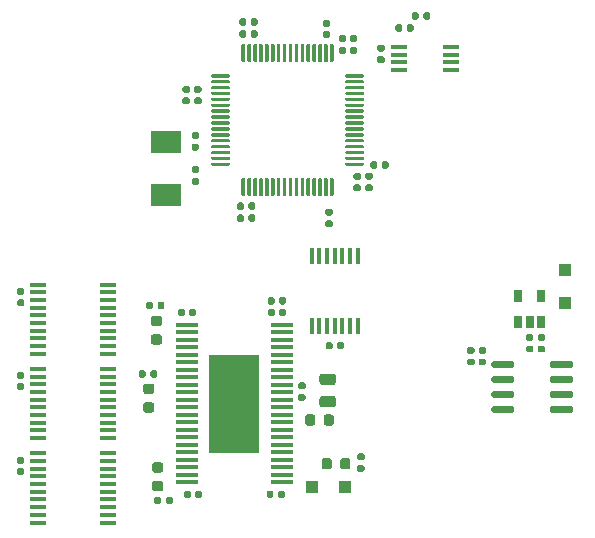
<source format=gbp>
G04 #@! TF.GenerationSoftware,KiCad,Pcbnew,5.99.0-unknown-dd374e12a~102~ubuntu20.04.1*
G04 #@! TF.CreationDate,2020-12-04T17:09:39-08:00*
G04 #@! TF.ProjectId,BLDC,424c4443-2e6b-4696-9361-645f70636258,rev?*
G04 #@! TF.SameCoordinates,Original*
G04 #@! TF.FileFunction,Paste,Bot*
G04 #@! TF.FilePolarity,Positive*
%FSLAX46Y46*%
G04 Gerber Fmt 4.6, Leading zero omitted, Abs format (unit mm)*
G04 Created by KiCad (PCBNEW 5.99.0-unknown-dd374e12a~102~ubuntu20.04.1) date 2020-12-04 17:09:39*
%MOMM*%
%LPD*%
G01*
G04 APERTURE LIST*
%ADD10R,0.650000X1.060000*%
%ADD11R,1.450000X0.450000*%
%ADD12R,4.300000X8.300000*%
%ADD13R,1.900000X0.300000*%
%ADD14R,2.600000X1.900000*%
%ADD15R,0.450000X1.450000*%
%ADD16R,1.100000X1.100000*%
G04 APERTURE END LIST*
G36*
G01*
X140600000Y-96875000D02*
X140600000Y-95475000D01*
G75*
G02*
X140675000Y-95400000I75000J0D01*
G01*
X140825000Y-95400000D01*
G75*
G02*
X140900000Y-95475000I0J-75000D01*
G01*
X140900000Y-96875000D01*
G75*
G02*
X140825000Y-96950000I-75000J0D01*
G01*
X140675000Y-96950000D01*
G75*
G02*
X140600000Y-96875000I0J75000D01*
G01*
G37*
G36*
G01*
X141100000Y-96875000D02*
X141100000Y-95475000D01*
G75*
G02*
X141175000Y-95400000I75000J0D01*
G01*
X141325000Y-95400000D01*
G75*
G02*
X141400000Y-95475000I0J-75000D01*
G01*
X141400000Y-96875000D01*
G75*
G02*
X141325000Y-96950000I-75000J0D01*
G01*
X141175000Y-96950000D01*
G75*
G02*
X141100000Y-96875000I0J75000D01*
G01*
G37*
G36*
G01*
X141600000Y-96875000D02*
X141600000Y-95475000D01*
G75*
G02*
X141675000Y-95400000I75000J0D01*
G01*
X141825000Y-95400000D01*
G75*
G02*
X141900000Y-95475000I0J-75000D01*
G01*
X141900000Y-96875000D01*
G75*
G02*
X141825000Y-96950000I-75000J0D01*
G01*
X141675000Y-96950000D01*
G75*
G02*
X141600000Y-96875000I0J75000D01*
G01*
G37*
G36*
G01*
X142100000Y-96875000D02*
X142100000Y-95475000D01*
G75*
G02*
X142175000Y-95400000I75000J0D01*
G01*
X142325000Y-95400000D01*
G75*
G02*
X142400000Y-95475000I0J-75000D01*
G01*
X142400000Y-96875000D01*
G75*
G02*
X142325000Y-96950000I-75000J0D01*
G01*
X142175000Y-96950000D01*
G75*
G02*
X142100000Y-96875000I0J75000D01*
G01*
G37*
G36*
G01*
X142600000Y-96875000D02*
X142600000Y-95475000D01*
G75*
G02*
X142675000Y-95400000I75000J0D01*
G01*
X142825000Y-95400000D01*
G75*
G02*
X142900000Y-95475000I0J-75000D01*
G01*
X142900000Y-96875000D01*
G75*
G02*
X142825000Y-96950000I-75000J0D01*
G01*
X142675000Y-96950000D01*
G75*
G02*
X142600000Y-96875000I0J75000D01*
G01*
G37*
G36*
G01*
X143100000Y-96875000D02*
X143100000Y-95475000D01*
G75*
G02*
X143175000Y-95400000I75000J0D01*
G01*
X143325000Y-95400000D01*
G75*
G02*
X143400000Y-95475000I0J-75000D01*
G01*
X143400000Y-96875000D01*
G75*
G02*
X143325000Y-96950000I-75000J0D01*
G01*
X143175000Y-96950000D01*
G75*
G02*
X143100000Y-96875000I0J75000D01*
G01*
G37*
G36*
G01*
X143600000Y-96875000D02*
X143600000Y-95475000D01*
G75*
G02*
X143675000Y-95400000I75000J0D01*
G01*
X143825000Y-95400000D01*
G75*
G02*
X143900000Y-95475000I0J-75000D01*
G01*
X143900000Y-96875000D01*
G75*
G02*
X143825000Y-96950000I-75000J0D01*
G01*
X143675000Y-96950000D01*
G75*
G02*
X143600000Y-96875000I0J75000D01*
G01*
G37*
G36*
G01*
X144100000Y-96875000D02*
X144100000Y-95475000D01*
G75*
G02*
X144175000Y-95400000I75000J0D01*
G01*
X144325000Y-95400000D01*
G75*
G02*
X144400000Y-95475000I0J-75000D01*
G01*
X144400000Y-96875000D01*
G75*
G02*
X144325000Y-96950000I-75000J0D01*
G01*
X144175000Y-96950000D01*
G75*
G02*
X144100000Y-96875000I0J75000D01*
G01*
G37*
G36*
G01*
X144600000Y-96875000D02*
X144600000Y-95475000D01*
G75*
G02*
X144675000Y-95400000I75000J0D01*
G01*
X144825000Y-95400000D01*
G75*
G02*
X144900000Y-95475000I0J-75000D01*
G01*
X144900000Y-96875000D01*
G75*
G02*
X144825000Y-96950000I-75000J0D01*
G01*
X144675000Y-96950000D01*
G75*
G02*
X144600000Y-96875000I0J75000D01*
G01*
G37*
G36*
G01*
X145100000Y-96875000D02*
X145100000Y-95475000D01*
G75*
G02*
X145175000Y-95400000I75000J0D01*
G01*
X145325000Y-95400000D01*
G75*
G02*
X145400000Y-95475000I0J-75000D01*
G01*
X145400000Y-96875000D01*
G75*
G02*
X145325000Y-96950000I-75000J0D01*
G01*
X145175000Y-96950000D01*
G75*
G02*
X145100000Y-96875000I0J75000D01*
G01*
G37*
G36*
G01*
X145600000Y-96875000D02*
X145600000Y-95475000D01*
G75*
G02*
X145675000Y-95400000I75000J0D01*
G01*
X145825000Y-95400000D01*
G75*
G02*
X145900000Y-95475000I0J-75000D01*
G01*
X145900000Y-96875000D01*
G75*
G02*
X145825000Y-96950000I-75000J0D01*
G01*
X145675000Y-96950000D01*
G75*
G02*
X145600000Y-96875000I0J75000D01*
G01*
G37*
G36*
G01*
X146100000Y-96875000D02*
X146100000Y-95475000D01*
G75*
G02*
X146175000Y-95400000I75000J0D01*
G01*
X146325000Y-95400000D01*
G75*
G02*
X146400000Y-95475000I0J-75000D01*
G01*
X146400000Y-96875000D01*
G75*
G02*
X146325000Y-96950000I-75000J0D01*
G01*
X146175000Y-96950000D01*
G75*
G02*
X146100000Y-96875000I0J75000D01*
G01*
G37*
G36*
G01*
X146600000Y-96875000D02*
X146600000Y-95475000D01*
G75*
G02*
X146675000Y-95400000I75000J0D01*
G01*
X146825000Y-95400000D01*
G75*
G02*
X146900000Y-95475000I0J-75000D01*
G01*
X146900000Y-96875000D01*
G75*
G02*
X146825000Y-96950000I-75000J0D01*
G01*
X146675000Y-96950000D01*
G75*
G02*
X146600000Y-96875000I0J75000D01*
G01*
G37*
G36*
G01*
X147100000Y-96875000D02*
X147100000Y-95475000D01*
G75*
G02*
X147175000Y-95400000I75000J0D01*
G01*
X147325000Y-95400000D01*
G75*
G02*
X147400000Y-95475000I0J-75000D01*
G01*
X147400000Y-96875000D01*
G75*
G02*
X147325000Y-96950000I-75000J0D01*
G01*
X147175000Y-96950000D01*
G75*
G02*
X147100000Y-96875000I0J75000D01*
G01*
G37*
G36*
G01*
X147600000Y-96875000D02*
X147600000Y-95475000D01*
G75*
G02*
X147675000Y-95400000I75000J0D01*
G01*
X147825000Y-95400000D01*
G75*
G02*
X147900000Y-95475000I0J-75000D01*
G01*
X147900000Y-96875000D01*
G75*
G02*
X147825000Y-96950000I-75000J0D01*
G01*
X147675000Y-96950000D01*
G75*
G02*
X147600000Y-96875000I0J75000D01*
G01*
G37*
G36*
G01*
X148100000Y-96875000D02*
X148100000Y-95475000D01*
G75*
G02*
X148175000Y-95400000I75000J0D01*
G01*
X148325000Y-95400000D01*
G75*
G02*
X148400000Y-95475000I0J-75000D01*
G01*
X148400000Y-96875000D01*
G75*
G02*
X148325000Y-96950000I-75000J0D01*
G01*
X148175000Y-96950000D01*
G75*
G02*
X148100000Y-96875000I0J75000D01*
G01*
G37*
G36*
G01*
X149400000Y-94325000D02*
X149400000Y-94175000D01*
G75*
G02*
X149475000Y-94100000I75000J0D01*
G01*
X150875000Y-94100000D01*
G75*
G02*
X150950000Y-94175000I0J-75000D01*
G01*
X150950000Y-94325000D01*
G75*
G02*
X150875000Y-94400000I-75000J0D01*
G01*
X149475000Y-94400000D01*
G75*
G02*
X149400000Y-94325000I0J75000D01*
G01*
G37*
G36*
G01*
X149400000Y-93825000D02*
X149400000Y-93675000D01*
G75*
G02*
X149475000Y-93600000I75000J0D01*
G01*
X150875000Y-93600000D01*
G75*
G02*
X150950000Y-93675000I0J-75000D01*
G01*
X150950000Y-93825000D01*
G75*
G02*
X150875000Y-93900000I-75000J0D01*
G01*
X149475000Y-93900000D01*
G75*
G02*
X149400000Y-93825000I0J75000D01*
G01*
G37*
G36*
G01*
X149400000Y-93325000D02*
X149400000Y-93175000D01*
G75*
G02*
X149475000Y-93100000I75000J0D01*
G01*
X150875000Y-93100000D01*
G75*
G02*
X150950000Y-93175000I0J-75000D01*
G01*
X150950000Y-93325000D01*
G75*
G02*
X150875000Y-93400000I-75000J0D01*
G01*
X149475000Y-93400000D01*
G75*
G02*
X149400000Y-93325000I0J75000D01*
G01*
G37*
G36*
G01*
X149400000Y-92825000D02*
X149400000Y-92675000D01*
G75*
G02*
X149475000Y-92600000I75000J0D01*
G01*
X150875000Y-92600000D01*
G75*
G02*
X150950000Y-92675000I0J-75000D01*
G01*
X150950000Y-92825000D01*
G75*
G02*
X150875000Y-92900000I-75000J0D01*
G01*
X149475000Y-92900000D01*
G75*
G02*
X149400000Y-92825000I0J75000D01*
G01*
G37*
G36*
G01*
X149400000Y-92325000D02*
X149400000Y-92175000D01*
G75*
G02*
X149475000Y-92100000I75000J0D01*
G01*
X150875000Y-92100000D01*
G75*
G02*
X150950000Y-92175000I0J-75000D01*
G01*
X150950000Y-92325000D01*
G75*
G02*
X150875000Y-92400000I-75000J0D01*
G01*
X149475000Y-92400000D01*
G75*
G02*
X149400000Y-92325000I0J75000D01*
G01*
G37*
G36*
G01*
X149400000Y-91825000D02*
X149400000Y-91675000D01*
G75*
G02*
X149475000Y-91600000I75000J0D01*
G01*
X150875000Y-91600000D01*
G75*
G02*
X150950000Y-91675000I0J-75000D01*
G01*
X150950000Y-91825000D01*
G75*
G02*
X150875000Y-91900000I-75000J0D01*
G01*
X149475000Y-91900000D01*
G75*
G02*
X149400000Y-91825000I0J75000D01*
G01*
G37*
G36*
G01*
X149400000Y-91325000D02*
X149400000Y-91175000D01*
G75*
G02*
X149475000Y-91100000I75000J0D01*
G01*
X150875000Y-91100000D01*
G75*
G02*
X150950000Y-91175000I0J-75000D01*
G01*
X150950000Y-91325000D01*
G75*
G02*
X150875000Y-91400000I-75000J0D01*
G01*
X149475000Y-91400000D01*
G75*
G02*
X149400000Y-91325000I0J75000D01*
G01*
G37*
G36*
G01*
X149400000Y-90825000D02*
X149400000Y-90675000D01*
G75*
G02*
X149475000Y-90600000I75000J0D01*
G01*
X150875000Y-90600000D01*
G75*
G02*
X150950000Y-90675000I0J-75000D01*
G01*
X150950000Y-90825000D01*
G75*
G02*
X150875000Y-90900000I-75000J0D01*
G01*
X149475000Y-90900000D01*
G75*
G02*
X149400000Y-90825000I0J75000D01*
G01*
G37*
G36*
G01*
X149400000Y-90325000D02*
X149400000Y-90175000D01*
G75*
G02*
X149475000Y-90100000I75000J0D01*
G01*
X150875000Y-90100000D01*
G75*
G02*
X150950000Y-90175000I0J-75000D01*
G01*
X150950000Y-90325000D01*
G75*
G02*
X150875000Y-90400000I-75000J0D01*
G01*
X149475000Y-90400000D01*
G75*
G02*
X149400000Y-90325000I0J75000D01*
G01*
G37*
G36*
G01*
X149400000Y-89825000D02*
X149400000Y-89675000D01*
G75*
G02*
X149475000Y-89600000I75000J0D01*
G01*
X150875000Y-89600000D01*
G75*
G02*
X150950000Y-89675000I0J-75000D01*
G01*
X150950000Y-89825000D01*
G75*
G02*
X150875000Y-89900000I-75000J0D01*
G01*
X149475000Y-89900000D01*
G75*
G02*
X149400000Y-89825000I0J75000D01*
G01*
G37*
G36*
G01*
X149400000Y-89325000D02*
X149400000Y-89175000D01*
G75*
G02*
X149475000Y-89100000I75000J0D01*
G01*
X150875000Y-89100000D01*
G75*
G02*
X150950000Y-89175000I0J-75000D01*
G01*
X150950000Y-89325000D01*
G75*
G02*
X150875000Y-89400000I-75000J0D01*
G01*
X149475000Y-89400000D01*
G75*
G02*
X149400000Y-89325000I0J75000D01*
G01*
G37*
G36*
G01*
X149400000Y-88825000D02*
X149400000Y-88675000D01*
G75*
G02*
X149475000Y-88600000I75000J0D01*
G01*
X150875000Y-88600000D01*
G75*
G02*
X150950000Y-88675000I0J-75000D01*
G01*
X150950000Y-88825000D01*
G75*
G02*
X150875000Y-88900000I-75000J0D01*
G01*
X149475000Y-88900000D01*
G75*
G02*
X149400000Y-88825000I0J75000D01*
G01*
G37*
G36*
G01*
X149400000Y-88325000D02*
X149400000Y-88175000D01*
G75*
G02*
X149475000Y-88100000I75000J0D01*
G01*
X150875000Y-88100000D01*
G75*
G02*
X150950000Y-88175000I0J-75000D01*
G01*
X150950000Y-88325000D01*
G75*
G02*
X150875000Y-88400000I-75000J0D01*
G01*
X149475000Y-88400000D01*
G75*
G02*
X149400000Y-88325000I0J75000D01*
G01*
G37*
G36*
G01*
X149400000Y-87825000D02*
X149400000Y-87675000D01*
G75*
G02*
X149475000Y-87600000I75000J0D01*
G01*
X150875000Y-87600000D01*
G75*
G02*
X150950000Y-87675000I0J-75000D01*
G01*
X150950000Y-87825000D01*
G75*
G02*
X150875000Y-87900000I-75000J0D01*
G01*
X149475000Y-87900000D01*
G75*
G02*
X149400000Y-87825000I0J75000D01*
G01*
G37*
G36*
G01*
X149400000Y-87325000D02*
X149400000Y-87175000D01*
G75*
G02*
X149475000Y-87100000I75000J0D01*
G01*
X150875000Y-87100000D01*
G75*
G02*
X150950000Y-87175000I0J-75000D01*
G01*
X150950000Y-87325000D01*
G75*
G02*
X150875000Y-87400000I-75000J0D01*
G01*
X149475000Y-87400000D01*
G75*
G02*
X149400000Y-87325000I0J75000D01*
G01*
G37*
G36*
G01*
X149400000Y-86825000D02*
X149400000Y-86675000D01*
G75*
G02*
X149475000Y-86600000I75000J0D01*
G01*
X150875000Y-86600000D01*
G75*
G02*
X150950000Y-86675000I0J-75000D01*
G01*
X150950000Y-86825000D01*
G75*
G02*
X150875000Y-86900000I-75000J0D01*
G01*
X149475000Y-86900000D01*
G75*
G02*
X149400000Y-86825000I0J75000D01*
G01*
G37*
G36*
G01*
X148100000Y-85525000D02*
X148100000Y-84125000D01*
G75*
G02*
X148175000Y-84050000I75000J0D01*
G01*
X148325000Y-84050000D01*
G75*
G02*
X148400000Y-84125000I0J-75000D01*
G01*
X148400000Y-85525000D01*
G75*
G02*
X148325000Y-85600000I-75000J0D01*
G01*
X148175000Y-85600000D01*
G75*
G02*
X148100000Y-85525000I0J75000D01*
G01*
G37*
G36*
G01*
X147600000Y-85525000D02*
X147600000Y-84125000D01*
G75*
G02*
X147675000Y-84050000I75000J0D01*
G01*
X147825000Y-84050000D01*
G75*
G02*
X147900000Y-84125000I0J-75000D01*
G01*
X147900000Y-85525000D01*
G75*
G02*
X147825000Y-85600000I-75000J0D01*
G01*
X147675000Y-85600000D01*
G75*
G02*
X147600000Y-85525000I0J75000D01*
G01*
G37*
G36*
G01*
X147100000Y-85525000D02*
X147100000Y-84125000D01*
G75*
G02*
X147175000Y-84050000I75000J0D01*
G01*
X147325000Y-84050000D01*
G75*
G02*
X147400000Y-84125000I0J-75000D01*
G01*
X147400000Y-85525000D01*
G75*
G02*
X147325000Y-85600000I-75000J0D01*
G01*
X147175000Y-85600000D01*
G75*
G02*
X147100000Y-85525000I0J75000D01*
G01*
G37*
G36*
G01*
X146600000Y-85525000D02*
X146600000Y-84125000D01*
G75*
G02*
X146675000Y-84050000I75000J0D01*
G01*
X146825000Y-84050000D01*
G75*
G02*
X146900000Y-84125000I0J-75000D01*
G01*
X146900000Y-85525000D01*
G75*
G02*
X146825000Y-85600000I-75000J0D01*
G01*
X146675000Y-85600000D01*
G75*
G02*
X146600000Y-85525000I0J75000D01*
G01*
G37*
G36*
G01*
X146100000Y-85525000D02*
X146100000Y-84125000D01*
G75*
G02*
X146175000Y-84050000I75000J0D01*
G01*
X146325000Y-84050000D01*
G75*
G02*
X146400000Y-84125000I0J-75000D01*
G01*
X146400000Y-85525000D01*
G75*
G02*
X146325000Y-85600000I-75000J0D01*
G01*
X146175000Y-85600000D01*
G75*
G02*
X146100000Y-85525000I0J75000D01*
G01*
G37*
G36*
G01*
X145600000Y-85525000D02*
X145600000Y-84125000D01*
G75*
G02*
X145675000Y-84050000I75000J0D01*
G01*
X145825000Y-84050000D01*
G75*
G02*
X145900000Y-84125000I0J-75000D01*
G01*
X145900000Y-85525000D01*
G75*
G02*
X145825000Y-85600000I-75000J0D01*
G01*
X145675000Y-85600000D01*
G75*
G02*
X145600000Y-85525000I0J75000D01*
G01*
G37*
G36*
G01*
X145100000Y-85525000D02*
X145100000Y-84125000D01*
G75*
G02*
X145175000Y-84050000I75000J0D01*
G01*
X145325000Y-84050000D01*
G75*
G02*
X145400000Y-84125000I0J-75000D01*
G01*
X145400000Y-85525000D01*
G75*
G02*
X145325000Y-85600000I-75000J0D01*
G01*
X145175000Y-85600000D01*
G75*
G02*
X145100000Y-85525000I0J75000D01*
G01*
G37*
G36*
G01*
X144600000Y-85525000D02*
X144600000Y-84125000D01*
G75*
G02*
X144675000Y-84050000I75000J0D01*
G01*
X144825000Y-84050000D01*
G75*
G02*
X144900000Y-84125000I0J-75000D01*
G01*
X144900000Y-85525000D01*
G75*
G02*
X144825000Y-85600000I-75000J0D01*
G01*
X144675000Y-85600000D01*
G75*
G02*
X144600000Y-85525000I0J75000D01*
G01*
G37*
G36*
G01*
X144100000Y-85525000D02*
X144100000Y-84125000D01*
G75*
G02*
X144175000Y-84050000I75000J0D01*
G01*
X144325000Y-84050000D01*
G75*
G02*
X144400000Y-84125000I0J-75000D01*
G01*
X144400000Y-85525000D01*
G75*
G02*
X144325000Y-85600000I-75000J0D01*
G01*
X144175000Y-85600000D01*
G75*
G02*
X144100000Y-85525000I0J75000D01*
G01*
G37*
G36*
G01*
X143600000Y-85525000D02*
X143600000Y-84125000D01*
G75*
G02*
X143675000Y-84050000I75000J0D01*
G01*
X143825000Y-84050000D01*
G75*
G02*
X143900000Y-84125000I0J-75000D01*
G01*
X143900000Y-85525000D01*
G75*
G02*
X143825000Y-85600000I-75000J0D01*
G01*
X143675000Y-85600000D01*
G75*
G02*
X143600000Y-85525000I0J75000D01*
G01*
G37*
G36*
G01*
X143100000Y-85525000D02*
X143100000Y-84125000D01*
G75*
G02*
X143175000Y-84050000I75000J0D01*
G01*
X143325000Y-84050000D01*
G75*
G02*
X143400000Y-84125000I0J-75000D01*
G01*
X143400000Y-85525000D01*
G75*
G02*
X143325000Y-85600000I-75000J0D01*
G01*
X143175000Y-85600000D01*
G75*
G02*
X143100000Y-85525000I0J75000D01*
G01*
G37*
G36*
G01*
X142600000Y-85525000D02*
X142600000Y-84125000D01*
G75*
G02*
X142675000Y-84050000I75000J0D01*
G01*
X142825000Y-84050000D01*
G75*
G02*
X142900000Y-84125000I0J-75000D01*
G01*
X142900000Y-85525000D01*
G75*
G02*
X142825000Y-85600000I-75000J0D01*
G01*
X142675000Y-85600000D01*
G75*
G02*
X142600000Y-85525000I0J75000D01*
G01*
G37*
G36*
G01*
X142100000Y-85525000D02*
X142100000Y-84125000D01*
G75*
G02*
X142175000Y-84050000I75000J0D01*
G01*
X142325000Y-84050000D01*
G75*
G02*
X142400000Y-84125000I0J-75000D01*
G01*
X142400000Y-85525000D01*
G75*
G02*
X142325000Y-85600000I-75000J0D01*
G01*
X142175000Y-85600000D01*
G75*
G02*
X142100000Y-85525000I0J75000D01*
G01*
G37*
G36*
G01*
X141600000Y-85525000D02*
X141600000Y-84125000D01*
G75*
G02*
X141675000Y-84050000I75000J0D01*
G01*
X141825000Y-84050000D01*
G75*
G02*
X141900000Y-84125000I0J-75000D01*
G01*
X141900000Y-85525000D01*
G75*
G02*
X141825000Y-85600000I-75000J0D01*
G01*
X141675000Y-85600000D01*
G75*
G02*
X141600000Y-85525000I0J75000D01*
G01*
G37*
G36*
G01*
X141100000Y-85525000D02*
X141100000Y-84125000D01*
G75*
G02*
X141175000Y-84050000I75000J0D01*
G01*
X141325000Y-84050000D01*
G75*
G02*
X141400000Y-84125000I0J-75000D01*
G01*
X141400000Y-85525000D01*
G75*
G02*
X141325000Y-85600000I-75000J0D01*
G01*
X141175000Y-85600000D01*
G75*
G02*
X141100000Y-85525000I0J75000D01*
G01*
G37*
G36*
G01*
X140600000Y-85525000D02*
X140600000Y-84125000D01*
G75*
G02*
X140675000Y-84050000I75000J0D01*
G01*
X140825000Y-84050000D01*
G75*
G02*
X140900000Y-84125000I0J-75000D01*
G01*
X140900000Y-85525000D01*
G75*
G02*
X140825000Y-85600000I-75000J0D01*
G01*
X140675000Y-85600000D01*
G75*
G02*
X140600000Y-85525000I0J75000D01*
G01*
G37*
G36*
G01*
X138050000Y-86825000D02*
X138050000Y-86675000D01*
G75*
G02*
X138125000Y-86600000I75000J0D01*
G01*
X139525000Y-86600000D01*
G75*
G02*
X139600000Y-86675000I0J-75000D01*
G01*
X139600000Y-86825000D01*
G75*
G02*
X139525000Y-86900000I-75000J0D01*
G01*
X138125000Y-86900000D01*
G75*
G02*
X138050000Y-86825000I0J75000D01*
G01*
G37*
G36*
G01*
X138050000Y-87325000D02*
X138050000Y-87175000D01*
G75*
G02*
X138125000Y-87100000I75000J0D01*
G01*
X139525000Y-87100000D01*
G75*
G02*
X139600000Y-87175000I0J-75000D01*
G01*
X139600000Y-87325000D01*
G75*
G02*
X139525000Y-87400000I-75000J0D01*
G01*
X138125000Y-87400000D01*
G75*
G02*
X138050000Y-87325000I0J75000D01*
G01*
G37*
G36*
G01*
X138050000Y-87825000D02*
X138050000Y-87675000D01*
G75*
G02*
X138125000Y-87600000I75000J0D01*
G01*
X139525000Y-87600000D01*
G75*
G02*
X139600000Y-87675000I0J-75000D01*
G01*
X139600000Y-87825000D01*
G75*
G02*
X139525000Y-87900000I-75000J0D01*
G01*
X138125000Y-87900000D01*
G75*
G02*
X138050000Y-87825000I0J75000D01*
G01*
G37*
G36*
G01*
X138050000Y-88325000D02*
X138050000Y-88175000D01*
G75*
G02*
X138125000Y-88100000I75000J0D01*
G01*
X139525000Y-88100000D01*
G75*
G02*
X139600000Y-88175000I0J-75000D01*
G01*
X139600000Y-88325000D01*
G75*
G02*
X139525000Y-88400000I-75000J0D01*
G01*
X138125000Y-88400000D01*
G75*
G02*
X138050000Y-88325000I0J75000D01*
G01*
G37*
G36*
G01*
X138050000Y-88825000D02*
X138050000Y-88675000D01*
G75*
G02*
X138125000Y-88600000I75000J0D01*
G01*
X139525000Y-88600000D01*
G75*
G02*
X139600000Y-88675000I0J-75000D01*
G01*
X139600000Y-88825000D01*
G75*
G02*
X139525000Y-88900000I-75000J0D01*
G01*
X138125000Y-88900000D01*
G75*
G02*
X138050000Y-88825000I0J75000D01*
G01*
G37*
G36*
G01*
X138050000Y-89325000D02*
X138050000Y-89175000D01*
G75*
G02*
X138125000Y-89100000I75000J0D01*
G01*
X139525000Y-89100000D01*
G75*
G02*
X139600000Y-89175000I0J-75000D01*
G01*
X139600000Y-89325000D01*
G75*
G02*
X139525000Y-89400000I-75000J0D01*
G01*
X138125000Y-89400000D01*
G75*
G02*
X138050000Y-89325000I0J75000D01*
G01*
G37*
G36*
G01*
X138050000Y-89825000D02*
X138050000Y-89675000D01*
G75*
G02*
X138125000Y-89600000I75000J0D01*
G01*
X139525000Y-89600000D01*
G75*
G02*
X139600000Y-89675000I0J-75000D01*
G01*
X139600000Y-89825000D01*
G75*
G02*
X139525000Y-89900000I-75000J0D01*
G01*
X138125000Y-89900000D01*
G75*
G02*
X138050000Y-89825000I0J75000D01*
G01*
G37*
G36*
G01*
X138050000Y-90325000D02*
X138050000Y-90175000D01*
G75*
G02*
X138125000Y-90100000I75000J0D01*
G01*
X139525000Y-90100000D01*
G75*
G02*
X139600000Y-90175000I0J-75000D01*
G01*
X139600000Y-90325000D01*
G75*
G02*
X139525000Y-90400000I-75000J0D01*
G01*
X138125000Y-90400000D01*
G75*
G02*
X138050000Y-90325000I0J75000D01*
G01*
G37*
G36*
G01*
X138050000Y-90825000D02*
X138050000Y-90675000D01*
G75*
G02*
X138125000Y-90600000I75000J0D01*
G01*
X139525000Y-90600000D01*
G75*
G02*
X139600000Y-90675000I0J-75000D01*
G01*
X139600000Y-90825000D01*
G75*
G02*
X139525000Y-90900000I-75000J0D01*
G01*
X138125000Y-90900000D01*
G75*
G02*
X138050000Y-90825000I0J75000D01*
G01*
G37*
G36*
G01*
X138050000Y-91325000D02*
X138050000Y-91175000D01*
G75*
G02*
X138125000Y-91100000I75000J0D01*
G01*
X139525000Y-91100000D01*
G75*
G02*
X139600000Y-91175000I0J-75000D01*
G01*
X139600000Y-91325000D01*
G75*
G02*
X139525000Y-91400000I-75000J0D01*
G01*
X138125000Y-91400000D01*
G75*
G02*
X138050000Y-91325000I0J75000D01*
G01*
G37*
G36*
G01*
X138050000Y-91825000D02*
X138050000Y-91675000D01*
G75*
G02*
X138125000Y-91600000I75000J0D01*
G01*
X139525000Y-91600000D01*
G75*
G02*
X139600000Y-91675000I0J-75000D01*
G01*
X139600000Y-91825000D01*
G75*
G02*
X139525000Y-91900000I-75000J0D01*
G01*
X138125000Y-91900000D01*
G75*
G02*
X138050000Y-91825000I0J75000D01*
G01*
G37*
G36*
G01*
X138050000Y-92325000D02*
X138050000Y-92175000D01*
G75*
G02*
X138125000Y-92100000I75000J0D01*
G01*
X139525000Y-92100000D01*
G75*
G02*
X139600000Y-92175000I0J-75000D01*
G01*
X139600000Y-92325000D01*
G75*
G02*
X139525000Y-92400000I-75000J0D01*
G01*
X138125000Y-92400000D01*
G75*
G02*
X138050000Y-92325000I0J75000D01*
G01*
G37*
G36*
G01*
X138050000Y-92825000D02*
X138050000Y-92675000D01*
G75*
G02*
X138125000Y-92600000I75000J0D01*
G01*
X139525000Y-92600000D01*
G75*
G02*
X139600000Y-92675000I0J-75000D01*
G01*
X139600000Y-92825000D01*
G75*
G02*
X139525000Y-92900000I-75000J0D01*
G01*
X138125000Y-92900000D01*
G75*
G02*
X138050000Y-92825000I0J75000D01*
G01*
G37*
G36*
G01*
X138050000Y-93325000D02*
X138050000Y-93175000D01*
G75*
G02*
X138125000Y-93100000I75000J0D01*
G01*
X139525000Y-93100000D01*
G75*
G02*
X139600000Y-93175000I0J-75000D01*
G01*
X139600000Y-93325000D01*
G75*
G02*
X139525000Y-93400000I-75000J0D01*
G01*
X138125000Y-93400000D01*
G75*
G02*
X138050000Y-93325000I0J75000D01*
G01*
G37*
G36*
G01*
X138050000Y-93825000D02*
X138050000Y-93675000D01*
G75*
G02*
X138125000Y-93600000I75000J0D01*
G01*
X139525000Y-93600000D01*
G75*
G02*
X139600000Y-93675000I0J-75000D01*
G01*
X139600000Y-93825000D01*
G75*
G02*
X139525000Y-93900000I-75000J0D01*
G01*
X138125000Y-93900000D01*
G75*
G02*
X138050000Y-93825000I0J75000D01*
G01*
G37*
G36*
G01*
X138050000Y-94325000D02*
X138050000Y-94175000D01*
G75*
G02*
X138125000Y-94100000I75000J0D01*
G01*
X139525000Y-94100000D01*
G75*
G02*
X139600000Y-94175000I0J-75000D01*
G01*
X139600000Y-94325000D01*
G75*
G02*
X139525000Y-94400000I-75000J0D01*
G01*
X138125000Y-94400000D01*
G75*
G02*
X138050000Y-94325000I0J75000D01*
G01*
G37*
G36*
G01*
X147443750Y-111975000D02*
X148356250Y-111975000D01*
G75*
G02*
X148600000Y-112218750I0J-243750D01*
G01*
X148600000Y-112706250D01*
G75*
G02*
X148356250Y-112950000I-243750J0D01*
G01*
X147443750Y-112950000D01*
G75*
G02*
X147200000Y-112706250I0J243750D01*
G01*
X147200000Y-112218750D01*
G75*
G02*
X147443750Y-111975000I243750J0D01*
G01*
G37*
G36*
G01*
X147443750Y-113850000D02*
X148356250Y-113850000D01*
G75*
G02*
X148600000Y-114093750I0J-243750D01*
G01*
X148600000Y-114581250D01*
G75*
G02*
X148356250Y-114825000I-243750J0D01*
G01*
X147443750Y-114825000D01*
G75*
G02*
X147200000Y-114581250I0J243750D01*
G01*
X147200000Y-114093750D01*
G75*
G02*
X147443750Y-113850000I243750J0D01*
G01*
G37*
G36*
G01*
X164827500Y-108620000D02*
X165172500Y-108620000D01*
G75*
G02*
X165320000Y-108767500I0J-147500D01*
G01*
X165320000Y-109062500D01*
G75*
G02*
X165172500Y-109210000I-147500J0D01*
G01*
X164827500Y-109210000D01*
G75*
G02*
X164680000Y-109062500I0J147500D01*
G01*
X164680000Y-108767500D01*
G75*
G02*
X164827500Y-108620000I147500J0D01*
G01*
G37*
G36*
G01*
X164827500Y-109590000D02*
X165172500Y-109590000D01*
G75*
G02*
X165320000Y-109737500I0J-147500D01*
G01*
X165320000Y-110032500D01*
G75*
G02*
X165172500Y-110180000I-147500J0D01*
G01*
X164827500Y-110180000D01*
G75*
G02*
X164680000Y-110032500I0J147500D01*
G01*
X164680000Y-109737500D01*
G75*
G02*
X164827500Y-109590000I147500J0D01*
G01*
G37*
G36*
G01*
X166172500Y-110180000D02*
X165827500Y-110180000D01*
G75*
G02*
X165680000Y-110032500I0J147500D01*
G01*
X165680000Y-109737500D01*
G75*
G02*
X165827500Y-109590000I147500J0D01*
G01*
X166172500Y-109590000D01*
G75*
G02*
X166320000Y-109737500I0J-147500D01*
G01*
X166320000Y-110032500D01*
G75*
G02*
X166172500Y-110180000I-147500J0D01*
G01*
G37*
G36*
G01*
X166172500Y-109210000D02*
X165827500Y-109210000D01*
G75*
G02*
X165680000Y-109062500I0J147500D01*
G01*
X165680000Y-108767500D01*
G75*
G02*
X165827500Y-108620000I147500J0D01*
G01*
X166172500Y-108620000D01*
G75*
G02*
X166320000Y-108767500I0J-147500D01*
G01*
X166320000Y-109062500D01*
G75*
G02*
X166172500Y-109210000I-147500J0D01*
G01*
G37*
G36*
G01*
X155180000Y-82527500D02*
X155180000Y-82872500D01*
G75*
G02*
X155032500Y-83020000I-147500J0D01*
G01*
X154737500Y-83020000D01*
G75*
G02*
X154590000Y-82872500I0J147500D01*
G01*
X154590000Y-82527500D01*
G75*
G02*
X154737500Y-82380000I147500J0D01*
G01*
X155032500Y-82380000D01*
G75*
G02*
X155180000Y-82527500I0J-147500D01*
G01*
G37*
G36*
G01*
X154210000Y-82527500D02*
X154210000Y-82872500D01*
G75*
G02*
X154062500Y-83020000I-147500J0D01*
G01*
X153767500Y-83020000D01*
G75*
G02*
X153620000Y-82872500I0J147500D01*
G01*
X153620000Y-82527500D01*
G75*
G02*
X153767500Y-82380000I147500J0D01*
G01*
X154062500Y-82380000D01*
G75*
G02*
X154210000Y-82527500I0J-147500D01*
G01*
G37*
G36*
G01*
X155020000Y-81872500D02*
X155020000Y-81527500D01*
G75*
G02*
X155167500Y-81380000I147500J0D01*
G01*
X155462500Y-81380000D01*
G75*
G02*
X155610000Y-81527500I0J-147500D01*
G01*
X155610000Y-81872500D01*
G75*
G02*
X155462500Y-82020000I-147500J0D01*
G01*
X155167500Y-82020000D01*
G75*
G02*
X155020000Y-81872500I0J147500D01*
G01*
G37*
G36*
G01*
X155990000Y-81872500D02*
X155990000Y-81527500D01*
G75*
G02*
X156137500Y-81380000I147500J0D01*
G01*
X156432500Y-81380000D01*
G75*
G02*
X156580000Y-81527500I0J-147500D01*
G01*
X156580000Y-81872500D01*
G75*
G02*
X156432500Y-82020000I-147500J0D01*
G01*
X156137500Y-82020000D01*
G75*
G02*
X155990000Y-81872500I0J147500D01*
G01*
G37*
G36*
G01*
X150872500Y-120280000D02*
X150527500Y-120280000D01*
G75*
G02*
X150380000Y-120132500I0J147500D01*
G01*
X150380000Y-119837500D01*
G75*
G02*
X150527500Y-119690000I147500J0D01*
G01*
X150872500Y-119690000D01*
G75*
G02*
X151020000Y-119837500I0J-147500D01*
G01*
X151020000Y-120132500D01*
G75*
G02*
X150872500Y-120280000I-147500J0D01*
G01*
G37*
G36*
G01*
X150872500Y-119310000D02*
X150527500Y-119310000D01*
G75*
G02*
X150380000Y-119162500I0J147500D01*
G01*
X150380000Y-118867500D01*
G75*
G02*
X150527500Y-118720000I147500J0D01*
G01*
X150872500Y-118720000D01*
G75*
G02*
X151020000Y-118867500I0J-147500D01*
G01*
X151020000Y-119162500D01*
G75*
G02*
X150872500Y-119310000I-147500J0D01*
G01*
G37*
G36*
G01*
X148172500Y-99580000D02*
X147827500Y-99580000D01*
G75*
G02*
X147680000Y-99432500I0J147500D01*
G01*
X147680000Y-99137500D01*
G75*
G02*
X147827500Y-98990000I147500J0D01*
G01*
X148172500Y-98990000D01*
G75*
G02*
X148320000Y-99137500I0J-147500D01*
G01*
X148320000Y-99432500D01*
G75*
G02*
X148172500Y-99580000I-147500J0D01*
G01*
G37*
G36*
G01*
X148172500Y-98610000D02*
X147827500Y-98610000D01*
G75*
G02*
X147680000Y-98462500I0J147500D01*
G01*
X147680000Y-98167500D01*
G75*
G02*
X147827500Y-98020000I147500J0D01*
G01*
X148172500Y-98020000D01*
G75*
G02*
X148320000Y-98167500I0J-147500D01*
G01*
X148320000Y-98462500D01*
G75*
G02*
X148172500Y-98610000I-147500J0D01*
G01*
G37*
G36*
G01*
X148690000Y-109772500D02*
X148690000Y-109427500D01*
G75*
G02*
X148837500Y-109280000I147500J0D01*
G01*
X149132500Y-109280000D01*
G75*
G02*
X149280000Y-109427500I0J-147500D01*
G01*
X149280000Y-109772500D01*
G75*
G02*
X149132500Y-109920000I-147500J0D01*
G01*
X148837500Y-109920000D01*
G75*
G02*
X148690000Y-109772500I0J147500D01*
G01*
G37*
G36*
G01*
X147720000Y-109772500D02*
X147720000Y-109427500D01*
G75*
G02*
X147867500Y-109280000I147500J0D01*
G01*
X148162500Y-109280000D01*
G75*
G02*
X148310000Y-109427500I0J-147500D01*
G01*
X148310000Y-109772500D01*
G75*
G02*
X148162500Y-109920000I-147500J0D01*
G01*
X147867500Y-109920000D01*
G75*
G02*
X147720000Y-109772500I0J147500D01*
G01*
G37*
G36*
G01*
X136080000Y-88210000D02*
X135735000Y-88210000D01*
G75*
G02*
X135587500Y-88062500I0J147500D01*
G01*
X135587500Y-87767500D01*
G75*
G02*
X135735000Y-87620000I147500J0D01*
G01*
X136080000Y-87620000D01*
G75*
G02*
X136227500Y-87767500I0J-147500D01*
G01*
X136227500Y-88062500D01*
G75*
G02*
X136080000Y-88210000I-147500J0D01*
G01*
G37*
G36*
G01*
X136080000Y-89180000D02*
X135735000Y-89180000D01*
G75*
G02*
X135587500Y-89032500I0J147500D01*
G01*
X135587500Y-88737500D01*
G75*
G02*
X135735000Y-88590000I147500J0D01*
G01*
X136080000Y-88590000D01*
G75*
G02*
X136227500Y-88737500I0J-147500D01*
G01*
X136227500Y-89032500D01*
G75*
G02*
X136080000Y-89180000I-147500J0D01*
G01*
G37*
G36*
G01*
X149425000Y-83427500D02*
X149425000Y-83772500D01*
G75*
G02*
X149277500Y-83920000I-147500J0D01*
G01*
X148982500Y-83920000D01*
G75*
G02*
X148835000Y-83772500I0J147500D01*
G01*
X148835000Y-83427500D01*
G75*
G02*
X148982500Y-83280000I147500J0D01*
G01*
X149277500Y-83280000D01*
G75*
G02*
X149425000Y-83427500I0J-147500D01*
G01*
G37*
G36*
G01*
X150395000Y-83427500D02*
X150395000Y-83772500D01*
G75*
G02*
X150247500Y-83920000I-147500J0D01*
G01*
X149952500Y-83920000D01*
G75*
G02*
X149805000Y-83772500I0J147500D01*
G01*
X149805000Y-83427500D01*
G75*
G02*
X149952500Y-83280000I147500J0D01*
G01*
X150247500Y-83280000D01*
G75*
G02*
X150395000Y-83427500I0J-147500D01*
G01*
G37*
G36*
G01*
X143790000Y-106972500D02*
X143790000Y-106627500D01*
G75*
G02*
X143937500Y-106480000I147500J0D01*
G01*
X144232500Y-106480000D01*
G75*
G02*
X144380000Y-106627500I0J-147500D01*
G01*
X144380000Y-106972500D01*
G75*
G02*
X144232500Y-107120000I-147500J0D01*
G01*
X143937500Y-107120000D01*
G75*
G02*
X143790000Y-106972500I0J147500D01*
G01*
G37*
G36*
G01*
X142820000Y-106972500D02*
X142820000Y-106627500D01*
G75*
G02*
X142967500Y-106480000I147500J0D01*
G01*
X143262500Y-106480000D01*
G75*
G02*
X143410000Y-106627500I0J-147500D01*
G01*
X143410000Y-106972500D01*
G75*
G02*
X143262500Y-107120000I-147500J0D01*
G01*
X142967500Y-107120000D01*
G75*
G02*
X142820000Y-106972500I0J147500D01*
G01*
G37*
G36*
G01*
X142720000Y-122372500D02*
X142720000Y-122027500D01*
G75*
G02*
X142867500Y-121880000I147500J0D01*
G01*
X143162500Y-121880000D01*
G75*
G02*
X143310000Y-122027500I0J-147500D01*
G01*
X143310000Y-122372500D01*
G75*
G02*
X143162500Y-122520000I-147500J0D01*
G01*
X142867500Y-122520000D01*
G75*
G02*
X142720000Y-122372500I0J147500D01*
G01*
G37*
G36*
G01*
X143690000Y-122372500D02*
X143690000Y-122027500D01*
G75*
G02*
X143837500Y-121880000I147500J0D01*
G01*
X144132500Y-121880000D01*
G75*
G02*
X144280000Y-122027500I0J-147500D01*
G01*
X144280000Y-122372500D01*
G75*
G02*
X144132500Y-122520000I-147500J0D01*
G01*
X143837500Y-122520000D01*
G75*
G02*
X143690000Y-122372500I0J147500D01*
G01*
G37*
G36*
G01*
X141390000Y-83372500D02*
X141390000Y-83027500D01*
G75*
G02*
X141537500Y-82880000I147500J0D01*
G01*
X141832500Y-82880000D01*
G75*
G02*
X141980000Y-83027500I0J-147500D01*
G01*
X141980000Y-83372500D01*
G75*
G02*
X141832500Y-83520000I-147500J0D01*
G01*
X141537500Y-83520000D01*
G75*
G02*
X141390000Y-83372500I0J147500D01*
G01*
G37*
G36*
G01*
X140420000Y-83372500D02*
X140420000Y-83027500D01*
G75*
G02*
X140567500Y-82880000I147500J0D01*
G01*
X140862500Y-82880000D01*
G75*
G02*
X141010000Y-83027500I0J-147500D01*
G01*
X141010000Y-83372500D01*
G75*
G02*
X140862500Y-83520000I-147500J0D01*
G01*
X140567500Y-83520000D01*
G75*
G02*
X140420000Y-83372500I0J147500D01*
G01*
G37*
G36*
G01*
X140810000Y-97627500D02*
X140810000Y-97972500D01*
G75*
G02*
X140662500Y-98120000I-147500J0D01*
G01*
X140367500Y-98120000D01*
G75*
G02*
X140220000Y-97972500I0J147500D01*
G01*
X140220000Y-97627500D01*
G75*
G02*
X140367500Y-97480000I147500J0D01*
G01*
X140662500Y-97480000D01*
G75*
G02*
X140810000Y-97627500I0J-147500D01*
G01*
G37*
G36*
G01*
X141780000Y-97627500D02*
X141780000Y-97972500D01*
G75*
G02*
X141632500Y-98120000I-147500J0D01*
G01*
X141337500Y-98120000D01*
G75*
G02*
X141190000Y-97972500I0J147500D01*
G01*
X141190000Y-97627500D01*
G75*
G02*
X141337500Y-97480000I147500J0D01*
G01*
X141632500Y-97480000D01*
G75*
G02*
X141780000Y-97627500I0J-147500D01*
G01*
G37*
G36*
G01*
X141390000Y-82372500D02*
X141390000Y-82027500D01*
G75*
G02*
X141537500Y-81880000I147500J0D01*
G01*
X141832500Y-81880000D01*
G75*
G02*
X141980000Y-82027500I0J-147500D01*
G01*
X141980000Y-82372500D01*
G75*
G02*
X141832500Y-82520000I-147500J0D01*
G01*
X141537500Y-82520000D01*
G75*
G02*
X141390000Y-82372500I0J147500D01*
G01*
G37*
G36*
G01*
X140420000Y-82372500D02*
X140420000Y-82027500D01*
G75*
G02*
X140567500Y-81880000I147500J0D01*
G01*
X140862500Y-81880000D01*
G75*
G02*
X141010000Y-82027500I0J-147500D01*
G01*
X141010000Y-82372500D01*
G75*
G02*
X140862500Y-82520000I-147500J0D01*
G01*
X140567500Y-82520000D01*
G75*
G02*
X140420000Y-82372500I0J147500D01*
G01*
G37*
G36*
G01*
X140810000Y-98627500D02*
X140810000Y-98972500D01*
G75*
G02*
X140662500Y-99120000I-147500J0D01*
G01*
X140367500Y-99120000D01*
G75*
G02*
X140220000Y-98972500I0J147500D01*
G01*
X140220000Y-98627500D01*
G75*
G02*
X140367500Y-98480000I147500J0D01*
G01*
X140662500Y-98480000D01*
G75*
G02*
X140810000Y-98627500I0J-147500D01*
G01*
G37*
G36*
G01*
X141780000Y-98627500D02*
X141780000Y-98972500D01*
G75*
G02*
X141632500Y-99120000I-147500J0D01*
G01*
X141337500Y-99120000D01*
G75*
G02*
X141190000Y-98972500I0J147500D01*
G01*
X141190000Y-98627500D01*
G75*
G02*
X141337500Y-98480000I147500J0D01*
G01*
X141632500Y-98480000D01*
G75*
G02*
X141780000Y-98627500I0J-147500D01*
G01*
G37*
G36*
G01*
X160827500Y-110690000D02*
X161172500Y-110690000D01*
G75*
G02*
X161320000Y-110837500I0J-147500D01*
G01*
X161320000Y-111132500D01*
G75*
G02*
X161172500Y-111280000I-147500J0D01*
G01*
X160827500Y-111280000D01*
G75*
G02*
X160680000Y-111132500I0J147500D01*
G01*
X160680000Y-110837500D01*
G75*
G02*
X160827500Y-110690000I147500J0D01*
G01*
G37*
G36*
G01*
X160827500Y-109720000D02*
X161172500Y-109720000D01*
G75*
G02*
X161320000Y-109867500I0J-147500D01*
G01*
X161320000Y-110162500D01*
G75*
G02*
X161172500Y-110310000I-147500J0D01*
G01*
X160827500Y-110310000D01*
G75*
G02*
X160680000Y-110162500I0J147500D01*
G01*
X160680000Y-109867500D01*
G75*
G02*
X160827500Y-109720000I147500J0D01*
G01*
G37*
G36*
G01*
X159852500Y-110690000D02*
X160197500Y-110690000D01*
G75*
G02*
X160345000Y-110837500I0J-147500D01*
G01*
X160345000Y-111132500D01*
G75*
G02*
X160197500Y-111280000I-147500J0D01*
G01*
X159852500Y-111280000D01*
G75*
G02*
X159705000Y-111132500I0J147500D01*
G01*
X159705000Y-110837500D01*
G75*
G02*
X159852500Y-110690000I147500J0D01*
G01*
G37*
G36*
G01*
X159852500Y-109720000D02*
X160197500Y-109720000D01*
G75*
G02*
X160345000Y-109867500I0J-147500D01*
G01*
X160345000Y-110162500D01*
G75*
G02*
X160197500Y-110310000I-147500J0D01*
G01*
X159852500Y-110310000D01*
G75*
G02*
X159705000Y-110162500I0J147500D01*
G01*
X159705000Y-109867500D01*
G75*
G02*
X159852500Y-109720000I147500J0D01*
G01*
G37*
G36*
G01*
X152572500Y-85680000D02*
X152227500Y-85680000D01*
G75*
G02*
X152080000Y-85532500I0J147500D01*
G01*
X152080000Y-85237500D01*
G75*
G02*
X152227500Y-85090000I147500J0D01*
G01*
X152572500Y-85090000D01*
G75*
G02*
X152720000Y-85237500I0J-147500D01*
G01*
X152720000Y-85532500D01*
G75*
G02*
X152572500Y-85680000I-147500J0D01*
G01*
G37*
G36*
G01*
X152572500Y-84710000D02*
X152227500Y-84710000D01*
G75*
G02*
X152080000Y-84562500I0J147500D01*
G01*
X152080000Y-84267500D01*
G75*
G02*
X152227500Y-84120000I147500J0D01*
G01*
X152572500Y-84120000D01*
G75*
G02*
X152720000Y-84267500I0J-147500D01*
G01*
X152720000Y-84562500D01*
G75*
G02*
X152572500Y-84710000I-147500J0D01*
G01*
G37*
G36*
G01*
X137080000Y-88210000D02*
X136735000Y-88210000D01*
G75*
G02*
X136587500Y-88062500I0J147500D01*
G01*
X136587500Y-87767500D01*
G75*
G02*
X136735000Y-87620000I147500J0D01*
G01*
X137080000Y-87620000D01*
G75*
G02*
X137227500Y-87767500I0J-147500D01*
G01*
X137227500Y-88062500D01*
G75*
G02*
X137080000Y-88210000I-147500J0D01*
G01*
G37*
G36*
G01*
X137080000Y-89180000D02*
X136735000Y-89180000D01*
G75*
G02*
X136587500Y-89032500I0J147500D01*
G01*
X136587500Y-88737500D01*
G75*
G02*
X136735000Y-88590000I147500J0D01*
G01*
X137080000Y-88590000D01*
G75*
G02*
X137227500Y-88737500I0J-147500D01*
G01*
X137227500Y-89032500D01*
G75*
G02*
X137080000Y-89180000I-147500J0D01*
G01*
G37*
G36*
G01*
X145872500Y-113310000D02*
X145527500Y-113310000D01*
G75*
G02*
X145380000Y-113162500I0J147500D01*
G01*
X145380000Y-112867500D01*
G75*
G02*
X145527500Y-112720000I147500J0D01*
G01*
X145872500Y-112720000D01*
G75*
G02*
X146020000Y-112867500I0J-147500D01*
G01*
X146020000Y-113162500D01*
G75*
G02*
X145872500Y-113310000I-147500J0D01*
G01*
G37*
G36*
G01*
X145872500Y-114280000D02*
X145527500Y-114280000D01*
G75*
G02*
X145380000Y-114132500I0J147500D01*
G01*
X145380000Y-113837500D01*
G75*
G02*
X145527500Y-113690000I147500J0D01*
G01*
X145872500Y-113690000D01*
G75*
G02*
X146020000Y-113837500I0J-147500D01*
G01*
X146020000Y-114132500D01*
G75*
G02*
X145872500Y-114280000I-147500J0D01*
G01*
G37*
G36*
G01*
X147627500Y-82990000D02*
X147972500Y-82990000D01*
G75*
G02*
X148120000Y-83137500I0J-147500D01*
G01*
X148120000Y-83432500D01*
G75*
G02*
X147972500Y-83580000I-147500J0D01*
G01*
X147627500Y-83580000D01*
G75*
G02*
X147480000Y-83432500I0J147500D01*
G01*
X147480000Y-83137500D01*
G75*
G02*
X147627500Y-82990000I147500J0D01*
G01*
G37*
G36*
G01*
X147627500Y-82020000D02*
X147972500Y-82020000D01*
G75*
G02*
X148120000Y-82167500I0J-147500D01*
G01*
X148120000Y-82462500D01*
G75*
G02*
X147972500Y-82610000I-147500J0D01*
G01*
X147627500Y-82610000D01*
G75*
G02*
X147480000Y-82462500I0J147500D01*
G01*
X147480000Y-82167500D01*
G75*
G02*
X147627500Y-82020000I147500J0D01*
G01*
G37*
G36*
G01*
X152110000Y-94127500D02*
X152110000Y-94472500D01*
G75*
G02*
X151962500Y-94620000I-147500J0D01*
G01*
X151667500Y-94620000D01*
G75*
G02*
X151520000Y-94472500I0J147500D01*
G01*
X151520000Y-94127500D01*
G75*
G02*
X151667500Y-93980000I147500J0D01*
G01*
X151962500Y-93980000D01*
G75*
G02*
X152110000Y-94127500I0J-147500D01*
G01*
G37*
G36*
G01*
X153080000Y-94127500D02*
X153080000Y-94472500D01*
G75*
G02*
X152932500Y-94620000I-147500J0D01*
G01*
X152637500Y-94620000D01*
G75*
G02*
X152490000Y-94472500I0J147500D01*
G01*
X152490000Y-94127500D01*
G75*
G02*
X152637500Y-93980000I147500J0D01*
G01*
X152932500Y-93980000D01*
G75*
G02*
X153080000Y-94127500I0J-147500D01*
G01*
G37*
G36*
G01*
X134190000Y-122872500D02*
X134190000Y-122527500D01*
G75*
G02*
X134337500Y-122380000I147500J0D01*
G01*
X134632500Y-122380000D01*
G75*
G02*
X134780000Y-122527500I0J-147500D01*
G01*
X134780000Y-122872500D01*
G75*
G02*
X134632500Y-123020000I-147500J0D01*
G01*
X134337500Y-123020000D01*
G75*
G02*
X134190000Y-122872500I0J147500D01*
G01*
G37*
G36*
G01*
X133220000Y-122872500D02*
X133220000Y-122527500D01*
G75*
G02*
X133367500Y-122380000I147500J0D01*
G01*
X133662500Y-122380000D01*
G75*
G02*
X133810000Y-122527500I0J-147500D01*
G01*
X133810000Y-122872500D01*
G75*
G02*
X133662500Y-123020000I-147500J0D01*
G01*
X133367500Y-123020000D01*
G75*
G02*
X133220000Y-122872500I0J147500D01*
G01*
G37*
G36*
G01*
X131920000Y-112172500D02*
X131920000Y-111827500D01*
G75*
G02*
X132067500Y-111680000I147500J0D01*
G01*
X132362500Y-111680000D01*
G75*
G02*
X132510000Y-111827500I0J-147500D01*
G01*
X132510000Y-112172500D01*
G75*
G02*
X132362500Y-112320000I-147500J0D01*
G01*
X132067500Y-112320000D01*
G75*
G02*
X131920000Y-112172500I0J147500D01*
G01*
G37*
G36*
G01*
X132890000Y-112172500D02*
X132890000Y-111827500D01*
G75*
G02*
X133037500Y-111680000I147500J0D01*
G01*
X133332500Y-111680000D01*
G75*
G02*
X133480000Y-111827500I0J-147500D01*
G01*
X133480000Y-112172500D01*
G75*
G02*
X133332500Y-112320000I-147500J0D01*
G01*
X133037500Y-112320000D01*
G75*
G02*
X132890000Y-112172500I0J147500D01*
G01*
G37*
G36*
G01*
X136527500Y-95390000D02*
X136872500Y-95390000D01*
G75*
G02*
X137020000Y-95537500I0J-147500D01*
G01*
X137020000Y-95832500D01*
G75*
G02*
X136872500Y-95980000I-147500J0D01*
G01*
X136527500Y-95980000D01*
G75*
G02*
X136380000Y-95832500I0J147500D01*
G01*
X136380000Y-95537500D01*
G75*
G02*
X136527500Y-95390000I147500J0D01*
G01*
G37*
G36*
G01*
X136527500Y-94420000D02*
X136872500Y-94420000D01*
G75*
G02*
X137020000Y-94567500I0J-147500D01*
G01*
X137020000Y-94862500D01*
G75*
G02*
X136872500Y-95010000I-147500J0D01*
G01*
X136527500Y-95010000D01*
G75*
G02*
X136380000Y-94862500I0J147500D01*
G01*
X136380000Y-94567500D01*
G75*
G02*
X136527500Y-94420000I147500J0D01*
G01*
G37*
G36*
G01*
X133490000Y-106372500D02*
X133490000Y-106027500D01*
G75*
G02*
X133637500Y-105880000I147500J0D01*
G01*
X133932500Y-105880000D01*
G75*
G02*
X134080000Y-106027500I0J-147500D01*
G01*
X134080000Y-106372500D01*
G75*
G02*
X133932500Y-106520000I-147500J0D01*
G01*
X133637500Y-106520000D01*
G75*
G02*
X133490000Y-106372500I0J147500D01*
G01*
G37*
G36*
G01*
X132520000Y-106372500D02*
X132520000Y-106027500D01*
G75*
G02*
X132667500Y-105880000I147500J0D01*
G01*
X132962500Y-105880000D01*
G75*
G02*
X133110000Y-106027500I0J-147500D01*
G01*
X133110000Y-106372500D01*
G75*
G02*
X132962500Y-106520000I-147500J0D01*
G01*
X132667500Y-106520000D01*
G75*
G02*
X132520000Y-106372500I0J147500D01*
G01*
G37*
G36*
G01*
X136872500Y-92110000D02*
X136527500Y-92110000D01*
G75*
G02*
X136380000Y-91962500I0J147500D01*
G01*
X136380000Y-91667500D01*
G75*
G02*
X136527500Y-91520000I147500J0D01*
G01*
X136872500Y-91520000D01*
G75*
G02*
X137020000Y-91667500I0J-147500D01*
G01*
X137020000Y-91962500D01*
G75*
G02*
X136872500Y-92110000I-147500J0D01*
G01*
G37*
G36*
G01*
X136872500Y-93080000D02*
X136527500Y-93080000D01*
G75*
G02*
X136380000Y-92932500I0J147500D01*
G01*
X136380000Y-92637500D01*
G75*
G02*
X136527500Y-92490000I147500J0D01*
G01*
X136872500Y-92490000D01*
G75*
G02*
X137020000Y-92637500I0J-147500D01*
G01*
X137020000Y-92932500D01*
G75*
G02*
X136872500Y-93080000I-147500J0D01*
G01*
G37*
G36*
G01*
X143790000Y-105972500D02*
X143790000Y-105627500D01*
G75*
G02*
X143937500Y-105480000I147500J0D01*
G01*
X144232500Y-105480000D01*
G75*
G02*
X144380000Y-105627500I0J-147500D01*
G01*
X144380000Y-105972500D01*
G75*
G02*
X144232500Y-106120000I-147500J0D01*
G01*
X143937500Y-106120000D01*
G75*
G02*
X143790000Y-105972500I0J147500D01*
G01*
G37*
G36*
G01*
X142820000Y-105972500D02*
X142820000Y-105627500D01*
G75*
G02*
X142967500Y-105480000I147500J0D01*
G01*
X143262500Y-105480000D01*
G75*
G02*
X143410000Y-105627500I0J-147500D01*
G01*
X143410000Y-105972500D01*
G75*
G02*
X143262500Y-106120000I-147500J0D01*
G01*
X142967500Y-106120000D01*
G75*
G02*
X142820000Y-105972500I0J147500D01*
G01*
G37*
G36*
G01*
X135795000Y-106627500D02*
X135795000Y-106972500D01*
G75*
G02*
X135647500Y-107120000I-147500J0D01*
G01*
X135352500Y-107120000D01*
G75*
G02*
X135205000Y-106972500I0J147500D01*
G01*
X135205000Y-106627500D01*
G75*
G02*
X135352500Y-106480000I147500J0D01*
G01*
X135647500Y-106480000D01*
G75*
G02*
X135795000Y-106627500I0J-147500D01*
G01*
G37*
G36*
G01*
X136765000Y-106627500D02*
X136765000Y-106972500D01*
G75*
G02*
X136617500Y-107120000I-147500J0D01*
G01*
X136322500Y-107120000D01*
G75*
G02*
X136175000Y-106972500I0J147500D01*
G01*
X136175000Y-106627500D01*
G75*
G02*
X136322500Y-106480000I147500J0D01*
G01*
X136617500Y-106480000D01*
G75*
G02*
X136765000Y-106627500I0J-147500D01*
G01*
G37*
G36*
G01*
X149425000Y-84427500D02*
X149425000Y-84772500D01*
G75*
G02*
X149277500Y-84920000I-147500J0D01*
G01*
X148982500Y-84920000D01*
G75*
G02*
X148835000Y-84772500I0J147500D01*
G01*
X148835000Y-84427500D01*
G75*
G02*
X148982500Y-84280000I147500J0D01*
G01*
X149277500Y-84280000D01*
G75*
G02*
X149425000Y-84427500I0J-147500D01*
G01*
G37*
G36*
G01*
X150395000Y-84427500D02*
X150395000Y-84772500D01*
G75*
G02*
X150247500Y-84920000I-147500J0D01*
G01*
X149952500Y-84920000D01*
G75*
G02*
X149805000Y-84772500I0J147500D01*
G01*
X149805000Y-84427500D01*
G75*
G02*
X149952500Y-84280000I147500J0D01*
G01*
X150247500Y-84280000D01*
G75*
G02*
X150395000Y-84427500I0J-147500D01*
G01*
G37*
G36*
G01*
X150572500Y-95560000D02*
X150227500Y-95560000D01*
G75*
G02*
X150080000Y-95412500I0J147500D01*
G01*
X150080000Y-95117500D01*
G75*
G02*
X150227500Y-94970000I147500J0D01*
G01*
X150572500Y-94970000D01*
G75*
G02*
X150720000Y-95117500I0J-147500D01*
G01*
X150720000Y-95412500D01*
G75*
G02*
X150572500Y-95560000I-147500J0D01*
G01*
G37*
G36*
G01*
X150572500Y-96530000D02*
X150227500Y-96530000D01*
G75*
G02*
X150080000Y-96382500I0J147500D01*
G01*
X150080000Y-96087500D01*
G75*
G02*
X150227500Y-95940000I147500J0D01*
G01*
X150572500Y-95940000D01*
G75*
G02*
X150720000Y-96087500I0J-147500D01*
G01*
X150720000Y-96382500D01*
G75*
G02*
X150572500Y-96530000I-147500J0D01*
G01*
G37*
G36*
G01*
X151572500Y-95560000D02*
X151227500Y-95560000D01*
G75*
G02*
X151080000Y-95412500I0J147500D01*
G01*
X151080000Y-95117500D01*
G75*
G02*
X151227500Y-94970000I147500J0D01*
G01*
X151572500Y-94970000D01*
G75*
G02*
X151720000Y-95117500I0J-147500D01*
G01*
X151720000Y-95412500D01*
G75*
G02*
X151572500Y-95560000I-147500J0D01*
G01*
G37*
G36*
G01*
X151572500Y-96530000D02*
X151227500Y-96530000D01*
G75*
G02*
X151080000Y-96382500I0J147500D01*
G01*
X151080000Y-96087500D01*
G75*
G02*
X151227500Y-95940000I147500J0D01*
G01*
X151572500Y-95940000D01*
G75*
G02*
X151720000Y-96087500I0J-147500D01*
G01*
X151720000Y-96382500D01*
G75*
G02*
X151572500Y-96530000I-147500J0D01*
G01*
G37*
G36*
G01*
X136310000Y-122027500D02*
X136310000Y-122372500D01*
G75*
G02*
X136162500Y-122520000I-147500J0D01*
G01*
X135867500Y-122520000D01*
G75*
G02*
X135720000Y-122372500I0J147500D01*
G01*
X135720000Y-122027500D01*
G75*
G02*
X135867500Y-121880000I147500J0D01*
G01*
X136162500Y-121880000D01*
G75*
G02*
X136310000Y-122027500I0J-147500D01*
G01*
G37*
G36*
G01*
X137280000Y-122027500D02*
X137280000Y-122372500D01*
G75*
G02*
X137132500Y-122520000I-147500J0D01*
G01*
X136837500Y-122520000D01*
G75*
G02*
X136690000Y-122372500I0J147500D01*
G01*
X136690000Y-122027500D01*
G75*
G02*
X136837500Y-121880000I147500J0D01*
G01*
X137132500Y-121880000D01*
G75*
G02*
X137280000Y-122027500I0J-147500D01*
G01*
G37*
D10*
X165950000Y-107600000D03*
X165000000Y-107600000D03*
X164050000Y-107600000D03*
X164050000Y-105400000D03*
X165950000Y-105400000D03*
D11*
X158300000Y-84325000D03*
X158300000Y-84975000D03*
X158300000Y-85625000D03*
X158300000Y-86275000D03*
X153900000Y-86275000D03*
X153900000Y-85625000D03*
X153900000Y-84975000D03*
X153900000Y-84325000D03*
G36*
G01*
X163700000Y-111045000D02*
X163700000Y-111345000D01*
G75*
G02*
X163550000Y-111495000I-150000J0D01*
G01*
X161900000Y-111495000D01*
G75*
G02*
X161750000Y-111345000I0J150000D01*
G01*
X161750000Y-111045000D01*
G75*
G02*
X161900000Y-110895000I150000J0D01*
G01*
X163550000Y-110895000D01*
G75*
G02*
X163700000Y-111045000I0J-150000D01*
G01*
G37*
G36*
G01*
X163700000Y-112315000D02*
X163700000Y-112615000D01*
G75*
G02*
X163550000Y-112765000I-150000J0D01*
G01*
X161900000Y-112765000D01*
G75*
G02*
X161750000Y-112615000I0J150000D01*
G01*
X161750000Y-112315000D01*
G75*
G02*
X161900000Y-112165000I150000J0D01*
G01*
X163550000Y-112165000D01*
G75*
G02*
X163700000Y-112315000I0J-150000D01*
G01*
G37*
G36*
G01*
X163700000Y-113585000D02*
X163700000Y-113885000D01*
G75*
G02*
X163550000Y-114035000I-150000J0D01*
G01*
X161900000Y-114035000D01*
G75*
G02*
X161750000Y-113885000I0J150000D01*
G01*
X161750000Y-113585000D01*
G75*
G02*
X161900000Y-113435000I150000J0D01*
G01*
X163550000Y-113435000D01*
G75*
G02*
X163700000Y-113585000I0J-150000D01*
G01*
G37*
G36*
G01*
X163700000Y-114855000D02*
X163700000Y-115155000D01*
G75*
G02*
X163550000Y-115305000I-150000J0D01*
G01*
X161900000Y-115305000D01*
G75*
G02*
X161750000Y-115155000I0J150000D01*
G01*
X161750000Y-114855000D01*
G75*
G02*
X161900000Y-114705000I150000J0D01*
G01*
X163550000Y-114705000D01*
G75*
G02*
X163700000Y-114855000I0J-150000D01*
G01*
G37*
G36*
G01*
X168650000Y-114855000D02*
X168650000Y-115155000D01*
G75*
G02*
X168500000Y-115305000I-150000J0D01*
G01*
X166850000Y-115305000D01*
G75*
G02*
X166700000Y-115155000I0J150000D01*
G01*
X166700000Y-114855000D01*
G75*
G02*
X166850000Y-114705000I150000J0D01*
G01*
X168500000Y-114705000D01*
G75*
G02*
X168650000Y-114855000I0J-150000D01*
G01*
G37*
G36*
G01*
X168650000Y-113585000D02*
X168650000Y-113885000D01*
G75*
G02*
X168500000Y-114035000I-150000J0D01*
G01*
X166850000Y-114035000D01*
G75*
G02*
X166700000Y-113885000I0J150000D01*
G01*
X166700000Y-113585000D01*
G75*
G02*
X166850000Y-113435000I150000J0D01*
G01*
X168500000Y-113435000D01*
G75*
G02*
X168650000Y-113585000I0J-150000D01*
G01*
G37*
G36*
G01*
X168650000Y-112315000D02*
X168650000Y-112615000D01*
G75*
G02*
X168500000Y-112765000I-150000J0D01*
G01*
X166850000Y-112765000D01*
G75*
G02*
X166700000Y-112615000I0J150000D01*
G01*
X166700000Y-112315000D01*
G75*
G02*
X166850000Y-112165000I150000J0D01*
G01*
X168500000Y-112165000D01*
G75*
G02*
X168650000Y-112315000I0J-150000D01*
G01*
G37*
G36*
G01*
X168650000Y-111045000D02*
X168650000Y-111345000D01*
G75*
G02*
X168500000Y-111495000I-150000J0D01*
G01*
X166850000Y-111495000D01*
G75*
G02*
X166700000Y-111345000I0J150000D01*
G01*
X166700000Y-111045000D01*
G75*
G02*
X166850000Y-110895000I150000J0D01*
G01*
X168500000Y-110895000D01*
G75*
G02*
X168650000Y-111045000I0J-150000D01*
G01*
G37*
D12*
X140000000Y-114500000D03*
D13*
X136000000Y-107832500D03*
X136000000Y-108467500D03*
X136000000Y-109102500D03*
X136000000Y-109737500D03*
X136000000Y-110372500D03*
X136000000Y-111007500D03*
X136000000Y-111642500D03*
X136000000Y-112277500D03*
X136000000Y-112912500D03*
X136000000Y-113547500D03*
X136000000Y-114182500D03*
X136000000Y-114817500D03*
X136000000Y-115452500D03*
X136000000Y-116087500D03*
X136000000Y-116722500D03*
X136000000Y-117357500D03*
X136000000Y-117992500D03*
X136000000Y-118627500D03*
X136000000Y-119262500D03*
X136000000Y-119897500D03*
X136000000Y-120532500D03*
X136000000Y-121167500D03*
X144000000Y-121167500D03*
X144000000Y-120532500D03*
X144000000Y-119897500D03*
X144000000Y-119262500D03*
X144000000Y-118627500D03*
X144000000Y-117992500D03*
X144000000Y-117357500D03*
X144000000Y-116722500D03*
X144000000Y-116087500D03*
X144000000Y-115452500D03*
X144000000Y-114817500D03*
X144000000Y-114182500D03*
X144000000Y-113547500D03*
X144000000Y-112912500D03*
X144000000Y-112277500D03*
X144000000Y-111642500D03*
X144000000Y-111007500D03*
X144000000Y-110372500D03*
X144000000Y-109737500D03*
X144000000Y-109102500D03*
X144000000Y-108467500D03*
X144000000Y-107832500D03*
D14*
X134200000Y-92350000D03*
X134200000Y-96850000D03*
D15*
X146550000Y-102050000D03*
X147200000Y-102050000D03*
X147850000Y-102050000D03*
X148500000Y-102050000D03*
X149150000Y-102050000D03*
X149800000Y-102050000D03*
X150450000Y-102050000D03*
X150450000Y-107950000D03*
X149800000Y-107950000D03*
X149150000Y-107950000D03*
X148500000Y-107950000D03*
X147850000Y-107950000D03*
X147200000Y-107950000D03*
X146550000Y-107950000D03*
G36*
G01*
X133756250Y-121937500D02*
X133243750Y-121937500D01*
G75*
G02*
X133025000Y-121718750I0J218750D01*
G01*
X133025000Y-121281250D01*
G75*
G02*
X133243750Y-121062500I218750J0D01*
G01*
X133756250Y-121062500D01*
G75*
G02*
X133975000Y-121281250I0J-218750D01*
G01*
X133975000Y-121718750D01*
G75*
G02*
X133756250Y-121937500I-218750J0D01*
G01*
G37*
G36*
G01*
X133756250Y-120362500D02*
X133243750Y-120362500D01*
G75*
G02*
X133025000Y-120143750I0J218750D01*
G01*
X133025000Y-119706250D01*
G75*
G02*
X133243750Y-119487500I218750J0D01*
G01*
X133756250Y-119487500D01*
G75*
G02*
X133975000Y-119706250I0J-218750D01*
G01*
X133975000Y-120143750D01*
G75*
G02*
X133756250Y-120362500I-218750J0D01*
G01*
G37*
G36*
G01*
X132493750Y-114400000D02*
X133006250Y-114400000D01*
G75*
G02*
X133225000Y-114618750I0J-218750D01*
G01*
X133225000Y-115056250D01*
G75*
G02*
X133006250Y-115275000I-218750J0D01*
G01*
X132493750Y-115275000D01*
G75*
G02*
X132275000Y-115056250I0J218750D01*
G01*
X132275000Y-114618750D01*
G75*
G02*
X132493750Y-114400000I218750J0D01*
G01*
G37*
G36*
G01*
X132493750Y-112825000D02*
X133006250Y-112825000D01*
G75*
G02*
X133225000Y-113043750I0J-218750D01*
G01*
X133225000Y-113481250D01*
G75*
G02*
X133006250Y-113700000I-218750J0D01*
G01*
X132493750Y-113700000D01*
G75*
G02*
X132275000Y-113481250I0J218750D01*
G01*
X132275000Y-113043750D01*
G75*
G02*
X132493750Y-112825000I218750J0D01*
G01*
G37*
G36*
G01*
X133143750Y-108650000D02*
X133656250Y-108650000D01*
G75*
G02*
X133875000Y-108868750I0J-218750D01*
G01*
X133875000Y-109306250D01*
G75*
G02*
X133656250Y-109525000I-218750J0D01*
G01*
X133143750Y-109525000D01*
G75*
G02*
X132925000Y-109306250I0J218750D01*
G01*
X132925000Y-108868750D01*
G75*
G02*
X133143750Y-108650000I218750J0D01*
G01*
G37*
G36*
G01*
X133143750Y-107075000D02*
X133656250Y-107075000D01*
G75*
G02*
X133875000Y-107293750I0J-218750D01*
G01*
X133875000Y-107731250D01*
G75*
G02*
X133656250Y-107950000I-218750J0D01*
G01*
X133143750Y-107950000D01*
G75*
G02*
X132925000Y-107731250I0J218750D01*
G01*
X132925000Y-107293750D01*
G75*
G02*
X133143750Y-107075000I218750J0D01*
G01*
G37*
G36*
G01*
X122072500Y-119595000D02*
X121727500Y-119595000D01*
G75*
G02*
X121580000Y-119447500I0J147500D01*
G01*
X121580000Y-119152500D01*
G75*
G02*
X121727500Y-119005000I147500J0D01*
G01*
X122072500Y-119005000D01*
G75*
G02*
X122220000Y-119152500I0J-147500D01*
G01*
X122220000Y-119447500D01*
G75*
G02*
X122072500Y-119595000I-147500J0D01*
G01*
G37*
G36*
G01*
X122072500Y-120565000D02*
X121727500Y-120565000D01*
G75*
G02*
X121580000Y-120417500I0J147500D01*
G01*
X121580000Y-120122500D01*
G75*
G02*
X121727500Y-119975000I147500J0D01*
G01*
X122072500Y-119975000D01*
G75*
G02*
X122220000Y-120122500I0J-147500D01*
G01*
X122220000Y-120417500D01*
G75*
G02*
X122072500Y-120565000I-147500J0D01*
G01*
G37*
G36*
G01*
X122072500Y-112410000D02*
X121727500Y-112410000D01*
G75*
G02*
X121580000Y-112262500I0J147500D01*
G01*
X121580000Y-111967500D01*
G75*
G02*
X121727500Y-111820000I147500J0D01*
G01*
X122072500Y-111820000D01*
G75*
G02*
X122220000Y-111967500I0J-147500D01*
G01*
X122220000Y-112262500D01*
G75*
G02*
X122072500Y-112410000I-147500J0D01*
G01*
G37*
G36*
G01*
X122072500Y-113380000D02*
X121727500Y-113380000D01*
G75*
G02*
X121580000Y-113232500I0J147500D01*
G01*
X121580000Y-112937500D01*
G75*
G02*
X121727500Y-112790000I147500J0D01*
G01*
X122072500Y-112790000D01*
G75*
G02*
X122220000Y-112937500I0J-147500D01*
G01*
X122220000Y-113232500D01*
G75*
G02*
X122072500Y-113380000I-147500J0D01*
G01*
G37*
G36*
G01*
X122072500Y-105310000D02*
X121727500Y-105310000D01*
G75*
G02*
X121580000Y-105162500I0J147500D01*
G01*
X121580000Y-104867500D01*
G75*
G02*
X121727500Y-104720000I147500J0D01*
G01*
X122072500Y-104720000D01*
G75*
G02*
X122220000Y-104867500I0J-147500D01*
G01*
X122220000Y-105162500D01*
G75*
G02*
X122072500Y-105310000I-147500J0D01*
G01*
G37*
G36*
G01*
X122072500Y-106280000D02*
X121727500Y-106280000D01*
G75*
G02*
X121580000Y-106132500I0J147500D01*
G01*
X121580000Y-105837500D01*
G75*
G02*
X121727500Y-105690000I147500J0D01*
G01*
X122072500Y-105690000D01*
G75*
G02*
X122220000Y-105837500I0J-147500D01*
G01*
X122220000Y-106132500D01*
G75*
G02*
X122072500Y-106280000I-147500J0D01*
G01*
G37*
G36*
G01*
X148250000Y-119343750D02*
X148250000Y-119856250D01*
G75*
G02*
X148031250Y-120075000I-218750J0D01*
G01*
X147593750Y-120075000D01*
G75*
G02*
X147375000Y-119856250I0J218750D01*
G01*
X147375000Y-119343750D01*
G75*
G02*
X147593750Y-119125000I218750J0D01*
G01*
X148031250Y-119125000D01*
G75*
G02*
X148250000Y-119343750I0J-218750D01*
G01*
G37*
G36*
G01*
X149825000Y-119343750D02*
X149825000Y-119856250D01*
G75*
G02*
X149606250Y-120075000I-218750J0D01*
G01*
X149168750Y-120075000D01*
G75*
G02*
X148950000Y-119856250I0J218750D01*
G01*
X148950000Y-119343750D01*
G75*
G02*
X149168750Y-119125000I218750J0D01*
G01*
X149606250Y-119125000D01*
G75*
G02*
X149825000Y-119343750I0J-218750D01*
G01*
G37*
G36*
G01*
X146850000Y-115643750D02*
X146850000Y-116156250D01*
G75*
G02*
X146631250Y-116375000I-218750J0D01*
G01*
X146193750Y-116375000D01*
G75*
G02*
X145975000Y-116156250I0J218750D01*
G01*
X145975000Y-115643750D01*
G75*
G02*
X146193750Y-115425000I218750J0D01*
G01*
X146631250Y-115425000D01*
G75*
G02*
X146850000Y-115643750I0J-218750D01*
G01*
G37*
G36*
G01*
X148425000Y-115643750D02*
X148425000Y-116156250D01*
G75*
G02*
X148206250Y-116375000I-218750J0D01*
G01*
X147768750Y-116375000D01*
G75*
G02*
X147550000Y-116156250I0J218750D01*
G01*
X147550000Y-115643750D01*
G75*
G02*
X147768750Y-115425000I218750J0D01*
G01*
X148206250Y-115425000D01*
G75*
G02*
X148425000Y-115643750I0J-218750D01*
G01*
G37*
D16*
X146600000Y-121600000D03*
X149400000Y-121600000D03*
X168000000Y-103200000D03*
X168000000Y-106000000D03*
D11*
X129300000Y-124575000D03*
X129300000Y-123925000D03*
X129300000Y-123275000D03*
X129300000Y-122625000D03*
X129300000Y-121975000D03*
X129300000Y-121325000D03*
X129300000Y-120675000D03*
X129300000Y-120025000D03*
X129300000Y-119375000D03*
X129300000Y-118725000D03*
X123400000Y-118725000D03*
X123400000Y-119375000D03*
X123400000Y-120025000D03*
X123400000Y-120675000D03*
X123400000Y-121325000D03*
X123400000Y-121975000D03*
X123400000Y-122625000D03*
X123400000Y-123275000D03*
X123400000Y-123925000D03*
X123400000Y-124575000D03*
X129300000Y-117425000D03*
X129300000Y-116775000D03*
X129300000Y-116125000D03*
X129300000Y-115475000D03*
X129300000Y-114825000D03*
X129300000Y-114175000D03*
X129300000Y-113525000D03*
X129300000Y-112875000D03*
X129300000Y-112225000D03*
X129300000Y-111575000D03*
X123400000Y-111575000D03*
X123400000Y-112225000D03*
X123400000Y-112875000D03*
X123400000Y-113525000D03*
X123400000Y-114175000D03*
X123400000Y-114825000D03*
X123400000Y-115475000D03*
X123400000Y-116125000D03*
X123400000Y-116775000D03*
X123400000Y-117425000D03*
X129300000Y-110275000D03*
X129300000Y-109625000D03*
X129300000Y-108975000D03*
X129300000Y-108325000D03*
X129300000Y-107675000D03*
X129300000Y-107025000D03*
X129300000Y-106375000D03*
X129300000Y-105725000D03*
X129300000Y-105075000D03*
X129300000Y-104425000D03*
X123400000Y-104425000D03*
X123400000Y-105075000D03*
X123400000Y-105725000D03*
X123400000Y-106375000D03*
X123400000Y-107025000D03*
X123400000Y-107675000D03*
X123400000Y-108325000D03*
X123400000Y-108975000D03*
X123400000Y-109625000D03*
X123400000Y-110275000D03*
M02*

</source>
